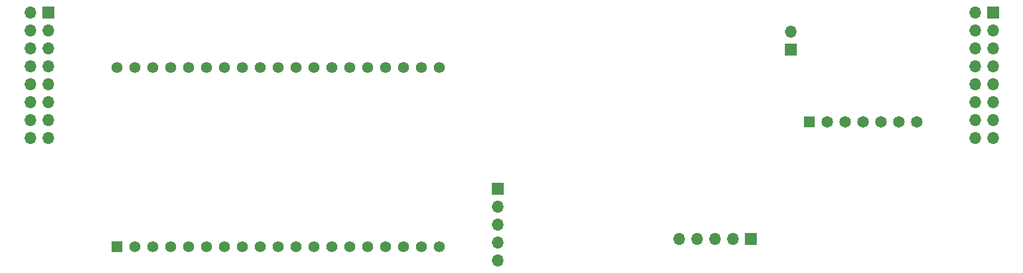
<source format=gbr>
%TF.GenerationSoftware,KiCad,Pcbnew,5.1.9*%
%TF.CreationDate,2020-12-26T21:06:28+01:00*%
%TF.ProjectId,esp32_air_monitor,65737033-325f-4616-9972-5f6d6f6e6974,0.1*%
%TF.SameCoordinates,Original*%
%TF.FileFunction,Soldermask,Top*%
%TF.FilePolarity,Negative*%
%FSLAX46Y46*%
G04 Gerber Fmt 4.6, Leading zero omitted, Abs format (unit mm)*
G04 Created by KiCad (PCBNEW 5.1.9) date 2020-12-26 21:06:28*
%MOMM*%
%LPD*%
G01*
G04 APERTURE LIST*
%ADD10R,1.560000X1.560000*%
%ADD11C,1.560000*%
%ADD12R,1.650000X1.650000*%
%ADD13C,1.650000*%
%ADD14O,1.700000X1.700000*%
%ADD15R,1.700000X1.700000*%
G04 APERTURE END LIST*
D10*
%TO.C,U1*%
X88340000Y-126600000D03*
D11*
X90880000Y-126600000D03*
X134060000Y-126600000D03*
X93420000Y-126600000D03*
X95960000Y-126600000D03*
X98500000Y-126600000D03*
X101040000Y-126600000D03*
X103580000Y-126600000D03*
X106120000Y-126600000D03*
X108660000Y-126600000D03*
X111200000Y-126600000D03*
X113740000Y-126600000D03*
X116280000Y-126600000D03*
X118820000Y-126600000D03*
X121360000Y-126600000D03*
X123900000Y-126600000D03*
X126440000Y-126600000D03*
X128980000Y-126600000D03*
X131520000Y-126600000D03*
X88340000Y-101200000D03*
X90880000Y-101200000D03*
X93420000Y-101200000D03*
X95960000Y-101200000D03*
X98500000Y-101200000D03*
X101040000Y-101200000D03*
X103580000Y-101200000D03*
X106120000Y-101200000D03*
X108660000Y-101200000D03*
X111200000Y-101200000D03*
X113740000Y-101200000D03*
X116280000Y-101200000D03*
X118820000Y-101200000D03*
X121360000Y-101200000D03*
X123900000Y-101200000D03*
X126440000Y-101200000D03*
X128980000Y-101200000D03*
X131520000Y-101200000D03*
X134060000Y-101200000D03*
%TD*%
D12*
%TO.C,U2*%
X186600000Y-108900000D03*
D13*
X189140000Y-108900000D03*
X191680000Y-108900000D03*
X194220000Y-108900000D03*
X196760000Y-108900000D03*
X199300000Y-108900000D03*
X201840000Y-108900000D03*
%TD*%
D14*
%TO.C,J2*%
X76060000Y-111180000D03*
X78600000Y-111180000D03*
X76060000Y-108640000D03*
X78600000Y-108640000D03*
X76060000Y-106100000D03*
X78600000Y-106100000D03*
X76060000Y-103560000D03*
X78600000Y-103560000D03*
X76060000Y-101020000D03*
X78600000Y-101020000D03*
X76060000Y-98480000D03*
X78600000Y-98480000D03*
X76060000Y-95940000D03*
X78600000Y-95940000D03*
X76060000Y-93400000D03*
D15*
X78600000Y-93400000D03*
%TD*%
%TO.C,J3*%
X212600000Y-93400000D03*
D14*
X210060000Y-93400000D03*
X212600000Y-95940000D03*
X210060000Y-95940000D03*
X212600000Y-98480000D03*
X210060000Y-98480000D03*
X212600000Y-101020000D03*
X210060000Y-101020000D03*
X212600000Y-103560000D03*
X210060000Y-103560000D03*
X212600000Y-106100000D03*
X210060000Y-106100000D03*
X212600000Y-108640000D03*
X210060000Y-108640000D03*
X212600000Y-111180000D03*
X210060000Y-111180000D03*
%TD*%
%TO.C,J5*%
X168140000Y-125500000D03*
X170680000Y-125500000D03*
X173220000Y-125500000D03*
X175760000Y-125500000D03*
D15*
X178300000Y-125500000D03*
%TD*%
D14*
%TO.C,J4*%
X142400000Y-128560000D03*
X142400000Y-126020000D03*
X142400000Y-123480000D03*
X142400000Y-120940000D03*
D15*
X142400000Y-118400000D03*
%TD*%
D14*
%TO.C,J1*%
X183900000Y-96160000D03*
D15*
X183900000Y-98700000D03*
%TD*%
M02*

</source>
